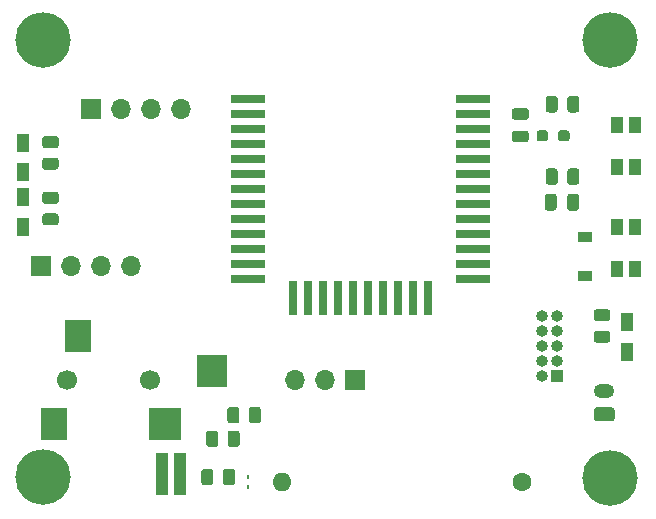
<source format=gbr>
%TF.GenerationSoftware,KiCad,Pcbnew,5.1.10-88a1d61d58~90~ubuntu20.04.1*%
%TF.CreationDate,2021-11-15T19:50:34+00:00*%
%TF.ProjectId,daughter_board,64617567-6874-4657-925f-626f6172642e,rev?*%
%TF.SameCoordinates,Original*%
%TF.FileFunction,Soldermask,Top*%
%TF.FilePolarity,Negative*%
%FSLAX46Y46*%
G04 Gerber Fmt 4.6, Leading zero omitted, Abs format (unit mm)*
G04 Created by KiCad (PCBNEW 5.1.10-88a1d61d58~90~ubuntu20.04.1) date 2021-11-15 19:50:34*
%MOMM*%
%LPD*%
G01*
G04 APERTURE LIST*
%ADD10O,1.700000X1.700000*%
%ADD11R,1.700000X1.700000*%
%ADD12R,2.600000X2.800000*%
%ADD13C,1.700000*%
%ADD14R,2.200000X2.800000*%
%ADD15R,2.800000X2.800000*%
%ADD16O,1.750000X1.200000*%
%ADD17R,0.990000X3.610000*%
%ADD18R,0.250000X0.360000*%
%ADD19O,1.600000X1.600000*%
%ADD20C,1.600000*%
%ADD21C,4.700000*%
%ADD22R,1.050000X1.400000*%
%ADD23R,1.000000X1.500000*%
%ADD24R,1.219200X0.914400*%
%ADD25O,1.000000X1.000000*%
%ADD26R,1.000000X1.000000*%
%ADD27R,3.000000X0.800000*%
%ADD28R,0.800000X3.000000*%
G04 APERTURE END LIST*
D10*
%TO.C,AHT10*%
X113420000Y-113200000D03*
X110880000Y-113200000D03*
X108340000Y-113200000D03*
D11*
X105800000Y-113200000D03*
%TD*%
D12*
%TO.C,J2*%
X120300000Y-122090000D03*
D13*
X108000000Y-122840000D03*
D14*
X108900000Y-119140000D03*
X106900000Y-126540000D03*
D15*
X116300000Y-126540000D03*
D13*
X115000000Y-122840000D03*
%TD*%
D16*
%TO.C,J5*%
X153490000Y-123730000D03*
G36*
G01*
X154115001Y-126330000D02*
X152864999Y-126330000D01*
G75*
G02*
X152615000Y-126080001I0J249999D01*
G01*
X152615000Y-125379999D01*
G75*
G02*
X152864999Y-125130000I249999J0D01*
G01*
X154115001Y-125130000D01*
G75*
G02*
X154365000Y-125379999I0J-249999D01*
G01*
X154365000Y-126080001D01*
G75*
G02*
X154115001Y-126330000I-249999J0D01*
G01*
G37*
%TD*%
D17*
%TO.C,R12*%
X117565000Y-130820000D03*
X116035000Y-130820000D03*
%TD*%
%TO.C,R8*%
G36*
G01*
X120400000Y-130589999D02*
X120400000Y-131490001D01*
G75*
G02*
X120150001Y-131740000I-249999J0D01*
G01*
X119624999Y-131740000D01*
G75*
G02*
X119375000Y-131490001I0J249999D01*
G01*
X119375000Y-130589999D01*
G75*
G02*
X119624999Y-130340000I249999J0D01*
G01*
X120150001Y-130340000D01*
G75*
G02*
X120400000Y-130589999I0J-249999D01*
G01*
G37*
G36*
G01*
X122225000Y-130589999D02*
X122225000Y-131490001D01*
G75*
G02*
X121975001Y-131740000I-249999J0D01*
G01*
X121449999Y-131740000D01*
G75*
G02*
X121200000Y-131490001I0J249999D01*
G01*
X121200000Y-130589999D01*
G75*
G02*
X121449999Y-130340000I249999J0D01*
G01*
X121975001Y-130340000D01*
G75*
G02*
X122225000Y-130589999I0J-249999D01*
G01*
G37*
%TD*%
D18*
%TO.C,D6*%
X123300000Y-131890000D03*
X123300000Y-131050000D03*
%TD*%
D19*
%TO.C,SW3*%
X126240000Y-131420000D03*
D20*
X146560000Y-131420000D03*
%TD*%
D21*
%TO.C,H4*%
X153970000Y-131090000D03*
%TD*%
%TO.C,H3*%
X106000000Y-131000000D03*
%TD*%
%TO.C,H2*%
X153980000Y-94050000D03*
%TD*%
%TO.C,H1*%
X106000000Y-94070000D03*
%TD*%
%TO.C,R11*%
G36*
G01*
X120800000Y-127349999D02*
X120800000Y-128250001D01*
G75*
G02*
X120550001Y-128500000I-249999J0D01*
G01*
X120024999Y-128500000D01*
G75*
G02*
X119775000Y-128250001I0J249999D01*
G01*
X119775000Y-127349999D01*
G75*
G02*
X120024999Y-127100000I249999J0D01*
G01*
X120550001Y-127100000D01*
G75*
G02*
X120800000Y-127349999I0J-249999D01*
G01*
G37*
G36*
G01*
X122625000Y-127349999D02*
X122625000Y-128250001D01*
G75*
G02*
X122375001Y-128500000I-249999J0D01*
G01*
X121849999Y-128500000D01*
G75*
G02*
X121600000Y-128250001I0J249999D01*
G01*
X121600000Y-127349999D01*
G75*
G02*
X121849999Y-127100000I249999J0D01*
G01*
X122375001Y-127100000D01*
G75*
G02*
X122625000Y-127349999I0J-249999D01*
G01*
G37*
%TD*%
%TO.C,R10*%
G36*
G01*
X122600000Y-125349999D02*
X122600000Y-126250001D01*
G75*
G02*
X122350001Y-126500000I-249999J0D01*
G01*
X121824999Y-126500000D01*
G75*
G02*
X121575000Y-126250001I0J249999D01*
G01*
X121575000Y-125349999D01*
G75*
G02*
X121824999Y-125100000I249999J0D01*
G01*
X122350001Y-125100000D01*
G75*
G02*
X122600000Y-125349999I0J-249999D01*
G01*
G37*
G36*
G01*
X124425000Y-125349999D02*
X124425000Y-126250001D01*
G75*
G02*
X124175001Y-126500000I-249999J0D01*
G01*
X123649999Y-126500000D01*
G75*
G02*
X123400000Y-126250001I0J249999D01*
G01*
X123400000Y-125349999D01*
G75*
G02*
X123649999Y-125100000I249999J0D01*
G01*
X124175001Y-125100000D01*
G75*
G02*
X124425000Y-125349999I0J-249999D01*
G01*
G37*
%TD*%
D10*
%TO.C,J4*%
X127320000Y-122800000D03*
X129860000Y-122800000D03*
D11*
X132400000Y-122800000D03*
%TD*%
D22*
%TO.C,SW2*%
X154600000Y-104800000D03*
X154600000Y-101200000D03*
X156050000Y-104800000D03*
X156050000Y-101200000D03*
%TD*%
%TO.C,SW1*%
X154600000Y-113450000D03*
X154600000Y-109850000D03*
X156050000Y-113450000D03*
X156050000Y-109850000D03*
%TD*%
D23*
%TO.C,D3*%
X155400000Y-117940000D03*
X155400000Y-120440000D03*
%TD*%
%TO.C,D2*%
X104250000Y-105250000D03*
X104250000Y-102750000D03*
%TD*%
%TO.C,D1*%
X104250000Y-109850000D03*
X104250000Y-107350000D03*
%TD*%
%TO.C,R1*%
G36*
G01*
X149550000Y-105149998D02*
X149550000Y-106050002D01*
G75*
G02*
X149300002Y-106300000I-249998J0D01*
G01*
X148774998Y-106300000D01*
G75*
G02*
X148525000Y-106050002I0J249998D01*
G01*
X148525000Y-105149998D01*
G75*
G02*
X148774998Y-104900000I249998J0D01*
G01*
X149300002Y-104900000D01*
G75*
G02*
X149550000Y-105149998I0J-249998D01*
G01*
G37*
G36*
G01*
X151375000Y-105149998D02*
X151375000Y-106050002D01*
G75*
G02*
X151125002Y-106300000I-249998J0D01*
G01*
X150599998Y-106300000D01*
G75*
G02*
X150350000Y-106050002I0J249998D01*
G01*
X150350000Y-105149998D01*
G75*
G02*
X150599998Y-104900000I249998J0D01*
G01*
X151125002Y-104900000D01*
G75*
G02*
X151375000Y-105149998I0J-249998D01*
G01*
G37*
%TD*%
%TO.C,C3*%
G36*
G01*
X149450000Y-107300000D02*
X149450000Y-108250000D01*
G75*
G02*
X149200000Y-108500000I-250000J0D01*
G01*
X148700000Y-108500000D01*
G75*
G02*
X148450000Y-108250000I0J250000D01*
G01*
X148450000Y-107300000D01*
G75*
G02*
X148700000Y-107050000I250000J0D01*
G01*
X149200000Y-107050000D01*
G75*
G02*
X149450000Y-107300000I0J-250000D01*
G01*
G37*
G36*
G01*
X151350000Y-107300000D02*
X151350000Y-108250000D01*
G75*
G02*
X151100000Y-108500000I-250000J0D01*
G01*
X150600000Y-108500000D01*
G75*
G02*
X150350000Y-108250000I0J250000D01*
G01*
X150350000Y-107300000D01*
G75*
G02*
X150600000Y-107050000I250000J0D01*
G01*
X151100000Y-107050000D01*
G75*
G02*
X151350000Y-107300000I0J-250000D01*
G01*
G37*
%TD*%
%TO.C,FB1*%
G36*
G01*
X148725000Y-101912500D02*
X148725000Y-102387500D01*
G75*
G02*
X148487500Y-102625000I-237500J0D01*
G01*
X147987500Y-102625000D01*
G75*
G02*
X147750000Y-102387500I0J237500D01*
G01*
X147750000Y-101912500D01*
G75*
G02*
X147987500Y-101675000I237500J0D01*
G01*
X148487500Y-101675000D01*
G75*
G02*
X148725000Y-101912500I0J-237500D01*
G01*
G37*
G36*
G01*
X150550000Y-101912500D02*
X150550000Y-102387500D01*
G75*
G02*
X150312500Y-102625000I-237500J0D01*
G01*
X149812500Y-102625000D01*
G75*
G02*
X149575000Y-102387500I0J237500D01*
G01*
X149575000Y-101912500D01*
G75*
G02*
X149812500Y-101675000I237500J0D01*
G01*
X150312500Y-101675000D01*
G75*
G02*
X150550000Y-101912500I0J-237500D01*
G01*
G37*
%TD*%
D24*
%TO.C,D4*%
X151870000Y-113998300D03*
X151870000Y-110721700D03*
%TD*%
D25*
%TO.C,J3*%
X148210000Y-117420000D03*
X149480000Y-117420000D03*
X148210000Y-118690000D03*
X149480000Y-118690000D03*
X148210000Y-119960000D03*
X149480000Y-119960000D03*
X148210000Y-121230000D03*
X149480000Y-121230000D03*
X148210000Y-122500000D03*
D26*
X149480000Y-122500000D03*
%TD*%
%TO.C,R7*%
G36*
G01*
X153750002Y-117850000D02*
X152849998Y-117850000D01*
G75*
G02*
X152600000Y-117600002I0J249998D01*
G01*
X152600000Y-117074998D01*
G75*
G02*
X152849998Y-116825000I249998J0D01*
G01*
X153750002Y-116825000D01*
G75*
G02*
X154000000Y-117074998I0J-249998D01*
G01*
X154000000Y-117600002D01*
G75*
G02*
X153750002Y-117850000I-249998J0D01*
G01*
G37*
G36*
G01*
X153750002Y-119675000D02*
X152849998Y-119675000D01*
G75*
G02*
X152600000Y-119425002I0J249998D01*
G01*
X152600000Y-118899998D01*
G75*
G02*
X152849998Y-118650000I249998J0D01*
G01*
X153750002Y-118650000D01*
G75*
G02*
X154000000Y-118899998I0J-249998D01*
G01*
X154000000Y-119425002D01*
G75*
G02*
X153750002Y-119675000I-249998J0D01*
G01*
G37*
%TD*%
%TO.C,R6*%
G36*
G01*
X107050002Y-103200000D02*
X106149998Y-103200000D01*
G75*
G02*
X105900000Y-102950002I0J249998D01*
G01*
X105900000Y-102424998D01*
G75*
G02*
X106149998Y-102175000I249998J0D01*
G01*
X107050002Y-102175000D01*
G75*
G02*
X107300000Y-102424998I0J-249998D01*
G01*
X107300000Y-102950002D01*
G75*
G02*
X107050002Y-103200000I-249998J0D01*
G01*
G37*
G36*
G01*
X107050002Y-105025000D02*
X106149998Y-105025000D01*
G75*
G02*
X105900000Y-104775002I0J249998D01*
G01*
X105900000Y-104249998D01*
G75*
G02*
X106149998Y-104000000I249998J0D01*
G01*
X107050002Y-104000000D01*
G75*
G02*
X107300000Y-104249998I0J-249998D01*
G01*
X107300000Y-104775002D01*
G75*
G02*
X107050002Y-105025000I-249998J0D01*
G01*
G37*
%TD*%
%TO.C,R5*%
G36*
G01*
X106149998Y-108712500D02*
X107050002Y-108712500D01*
G75*
G02*
X107300000Y-108962498I0J-249998D01*
G01*
X107300000Y-109487502D01*
G75*
G02*
X107050002Y-109737500I-249998J0D01*
G01*
X106149998Y-109737500D01*
G75*
G02*
X105900000Y-109487502I0J249998D01*
G01*
X105900000Y-108962498D01*
G75*
G02*
X106149998Y-108712500I249998J0D01*
G01*
G37*
G36*
G01*
X106149998Y-106887500D02*
X107050002Y-106887500D01*
G75*
G02*
X107300000Y-107137498I0J-249998D01*
G01*
X107300000Y-107662502D01*
G75*
G02*
X107050002Y-107912500I-249998J0D01*
G01*
X106149998Y-107912500D01*
G75*
G02*
X105900000Y-107662502I0J249998D01*
G01*
X105900000Y-107137498D01*
G75*
G02*
X106149998Y-106887500I249998J0D01*
G01*
G37*
%TD*%
%TO.C,R4*%
G36*
G01*
X149550000Y-99024998D02*
X149550000Y-99925002D01*
G75*
G02*
X149300002Y-100175000I-249998J0D01*
G01*
X148774998Y-100175000D01*
G75*
G02*
X148525000Y-99925002I0J249998D01*
G01*
X148525000Y-99024998D01*
G75*
G02*
X148774998Y-98775000I249998J0D01*
G01*
X149300002Y-98775000D01*
G75*
G02*
X149550000Y-99024998I0J-249998D01*
G01*
G37*
G36*
G01*
X151375000Y-99024998D02*
X151375000Y-99925002D01*
G75*
G02*
X151125002Y-100175000I-249998J0D01*
G01*
X150599998Y-100175000D01*
G75*
G02*
X150350000Y-99925002I0J249998D01*
G01*
X150350000Y-99024998D01*
G75*
G02*
X150599998Y-98775000I249998J0D01*
G01*
X151125002Y-98775000D01*
G75*
G02*
X151375000Y-99024998I0J-249998D01*
G01*
G37*
%TD*%
D10*
%TO.C,J1*%
X117645000Y-99900000D03*
X115105000Y-99900000D03*
X112565000Y-99900000D03*
D11*
X110025000Y-99900000D03*
%TD*%
%TO.C,C2*%
G36*
G01*
X146850000Y-100800000D02*
X145900000Y-100800000D01*
G75*
G02*
X145650000Y-100550000I0J250000D01*
G01*
X145650000Y-100050000D01*
G75*
G02*
X145900000Y-99800000I250000J0D01*
G01*
X146850000Y-99800000D01*
G75*
G02*
X147100000Y-100050000I0J-250000D01*
G01*
X147100000Y-100550000D01*
G75*
G02*
X146850000Y-100800000I-250000J0D01*
G01*
G37*
G36*
G01*
X146850000Y-102700000D02*
X145900000Y-102700000D01*
G75*
G02*
X145650000Y-102450000I0J250000D01*
G01*
X145650000Y-101950000D01*
G75*
G02*
X145900000Y-101700000I250000J0D01*
G01*
X146850000Y-101700000D01*
G75*
G02*
X147100000Y-101950000I0J-250000D01*
G01*
X147100000Y-102450000D01*
G75*
G02*
X146850000Y-102700000I-250000J0D01*
G01*
G37*
%TD*%
D27*
%TO.C,U3*%
X142340000Y-99060000D03*
X142340000Y-100330000D03*
X142340000Y-101600000D03*
X142340000Y-102870000D03*
X142340000Y-104140000D03*
X142340000Y-105410000D03*
X142340000Y-106680000D03*
X142340000Y-107950000D03*
X142340000Y-109220000D03*
X142340000Y-110490000D03*
X123350000Y-114300000D03*
D28*
X127140000Y-115900000D03*
D27*
X123350000Y-113030000D03*
D28*
X128410000Y-115900000D03*
D27*
X123350000Y-111760000D03*
D28*
X129680000Y-115900000D03*
D27*
X123350000Y-110490000D03*
D28*
X130950000Y-115900000D03*
D27*
X123350000Y-109220000D03*
D28*
X138570000Y-115900000D03*
D27*
X123350000Y-107950000D03*
D28*
X132220000Y-115900000D03*
D27*
X123350000Y-106680000D03*
D28*
X133490000Y-115900000D03*
D27*
X123350000Y-105410000D03*
D28*
X134760000Y-115900000D03*
D27*
X123350000Y-104140000D03*
D28*
X136030000Y-115900000D03*
D27*
X123350000Y-102870000D03*
D28*
X137300000Y-115900000D03*
D27*
X123350000Y-101600000D03*
X142350000Y-114300000D03*
X123350000Y-100330000D03*
X142350000Y-113030000D03*
X123350000Y-99060000D03*
X142350000Y-111760000D03*
%TD*%
M02*

</source>
